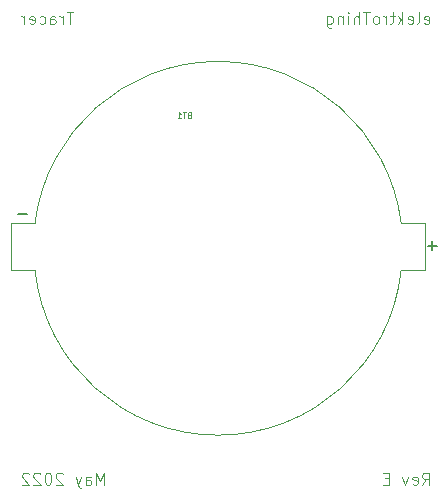
<source format=gbr>
%TF.GenerationSoftware,KiCad,Pcbnew,(6.0.0)*%
%TF.CreationDate,2022-05-30T17:20:12+01:00*%
%TF.ProjectId,Tracer,54726163-6572-42e6-9b69-6361645f7063,E*%
%TF.SameCoordinates,Original*%
%TF.FileFunction,Legend,Bot*%
%TF.FilePolarity,Positive*%
%FSLAX46Y46*%
G04 Gerber Fmt 4.6, Leading zero omitted, Abs format (unit mm)*
G04 Created by KiCad (PCBNEW (6.0.0)) date 2022-05-30 17:20:12*
%MOMM*%
%LPD*%
G01*
G04 APERTURE LIST*
%ADD10C,0.100000*%
%ADD11C,0.035000*%
%ADD12C,0.150000*%
%ADD13C,0.120000*%
G04 APERTURE END LIST*
D10*
X137207857Y-116452380D02*
X137207857Y-115452380D01*
X136874523Y-116166666D01*
X136541190Y-115452380D01*
X136541190Y-116452380D01*
X135636428Y-116452380D02*
X135636428Y-115928571D01*
X135684047Y-115833333D01*
X135779285Y-115785714D01*
X135969761Y-115785714D01*
X136065000Y-115833333D01*
X135636428Y-116404761D02*
X135731666Y-116452380D01*
X135969761Y-116452380D01*
X136065000Y-116404761D01*
X136112619Y-116309523D01*
X136112619Y-116214285D01*
X136065000Y-116119047D01*
X135969761Y-116071428D01*
X135731666Y-116071428D01*
X135636428Y-116023809D01*
X135255476Y-115785714D02*
X135017380Y-116452380D01*
X134779285Y-115785714D02*
X135017380Y-116452380D01*
X135112619Y-116690476D01*
X135160238Y-116738095D01*
X135255476Y-116785714D01*
X133684047Y-115547619D02*
X133636428Y-115500000D01*
X133541190Y-115452380D01*
X133303095Y-115452380D01*
X133207857Y-115500000D01*
X133160238Y-115547619D01*
X133112619Y-115642857D01*
X133112619Y-115738095D01*
X133160238Y-115880952D01*
X133731666Y-116452380D01*
X133112619Y-116452380D01*
X132493571Y-115452380D02*
X132398333Y-115452380D01*
X132303095Y-115500000D01*
X132255476Y-115547619D01*
X132207857Y-115642857D01*
X132160238Y-115833333D01*
X132160238Y-116071428D01*
X132207857Y-116261904D01*
X132255476Y-116357142D01*
X132303095Y-116404761D01*
X132398333Y-116452380D01*
X132493571Y-116452380D01*
X132588809Y-116404761D01*
X132636428Y-116357142D01*
X132684047Y-116261904D01*
X132731666Y-116071428D01*
X132731666Y-115833333D01*
X132684047Y-115642857D01*
X132636428Y-115547619D01*
X132588809Y-115500000D01*
X132493571Y-115452380D01*
X131779285Y-115547619D02*
X131731666Y-115500000D01*
X131636428Y-115452380D01*
X131398333Y-115452380D01*
X131303095Y-115500000D01*
X131255476Y-115547619D01*
X131207857Y-115642857D01*
X131207857Y-115738095D01*
X131255476Y-115880952D01*
X131826904Y-116452380D01*
X131207857Y-116452380D01*
X130826904Y-115547619D02*
X130779285Y-115500000D01*
X130684047Y-115452380D01*
X130445952Y-115452380D01*
X130350714Y-115500000D01*
X130303095Y-115547619D01*
X130255476Y-115642857D01*
X130255476Y-115738095D01*
X130303095Y-115880952D01*
X130874523Y-116452380D01*
X130255476Y-116452380D01*
X164125476Y-116452380D02*
X164458809Y-115976190D01*
X164696904Y-116452380D02*
X164696904Y-115452380D01*
X164315952Y-115452380D01*
X164220714Y-115500000D01*
X164173095Y-115547619D01*
X164125476Y-115642857D01*
X164125476Y-115785714D01*
X164173095Y-115880952D01*
X164220714Y-115928571D01*
X164315952Y-115976190D01*
X164696904Y-115976190D01*
X163315952Y-116404761D02*
X163411190Y-116452380D01*
X163601666Y-116452380D01*
X163696904Y-116404761D01*
X163744523Y-116309523D01*
X163744523Y-115928571D01*
X163696904Y-115833333D01*
X163601666Y-115785714D01*
X163411190Y-115785714D01*
X163315952Y-115833333D01*
X163268333Y-115928571D01*
X163268333Y-116023809D01*
X163744523Y-116119047D01*
X162935000Y-115785714D02*
X162696904Y-116452380D01*
X162458809Y-115785714D01*
X161315952Y-115928571D02*
X160982619Y-115928571D01*
X160839761Y-116452380D02*
X161315952Y-116452380D01*
X161315952Y-115452380D01*
X160839761Y-115452380D01*
X134588809Y-76452380D02*
X134017380Y-76452380D01*
X134303095Y-77452380D02*
X134303095Y-76452380D01*
X133684047Y-77452380D02*
X133684047Y-76785714D01*
X133684047Y-76976190D02*
X133636428Y-76880952D01*
X133588809Y-76833333D01*
X133493571Y-76785714D01*
X133398333Y-76785714D01*
X132636428Y-77452380D02*
X132636428Y-76928571D01*
X132684047Y-76833333D01*
X132779285Y-76785714D01*
X132969761Y-76785714D01*
X133065000Y-76833333D01*
X132636428Y-77404761D02*
X132731666Y-77452380D01*
X132969761Y-77452380D01*
X133065000Y-77404761D01*
X133112619Y-77309523D01*
X133112619Y-77214285D01*
X133065000Y-77119047D01*
X132969761Y-77071428D01*
X132731666Y-77071428D01*
X132636428Y-77023809D01*
X131731666Y-77404761D02*
X131826904Y-77452380D01*
X132017380Y-77452380D01*
X132112619Y-77404761D01*
X132160238Y-77357142D01*
X132207857Y-77261904D01*
X132207857Y-76976190D01*
X132160238Y-76880952D01*
X132112619Y-76833333D01*
X132017380Y-76785714D01*
X131826904Y-76785714D01*
X131731666Y-76833333D01*
X130922142Y-77404761D02*
X131017380Y-77452380D01*
X131207857Y-77452380D01*
X131303095Y-77404761D01*
X131350714Y-77309523D01*
X131350714Y-76928571D01*
X131303095Y-76833333D01*
X131207857Y-76785714D01*
X131017380Y-76785714D01*
X130922142Y-76833333D01*
X130874523Y-76928571D01*
X130874523Y-77023809D01*
X131350714Y-77119047D01*
X130445952Y-77452380D02*
X130445952Y-76785714D01*
X130445952Y-76976190D02*
X130398333Y-76880952D01*
X130350714Y-76833333D01*
X130255476Y-76785714D01*
X130160238Y-76785714D01*
X164315952Y-77404761D02*
X164411190Y-77452380D01*
X164601666Y-77452380D01*
X164696904Y-77404761D01*
X164744523Y-77309523D01*
X164744523Y-76928571D01*
X164696904Y-76833333D01*
X164601666Y-76785714D01*
X164411190Y-76785714D01*
X164315952Y-76833333D01*
X164268333Y-76928571D01*
X164268333Y-77023809D01*
X164744523Y-77119047D01*
X163696904Y-77452380D02*
X163792142Y-77404761D01*
X163839761Y-77309523D01*
X163839761Y-76452380D01*
X162935000Y-77404761D02*
X163030238Y-77452380D01*
X163220714Y-77452380D01*
X163315952Y-77404761D01*
X163363571Y-77309523D01*
X163363571Y-76928571D01*
X163315952Y-76833333D01*
X163220714Y-76785714D01*
X163030238Y-76785714D01*
X162935000Y-76833333D01*
X162887380Y-76928571D01*
X162887380Y-77023809D01*
X163363571Y-77119047D01*
X162458809Y-77452380D02*
X162458809Y-76452380D01*
X162363571Y-77071428D02*
X162077857Y-77452380D01*
X162077857Y-76785714D02*
X162458809Y-77166666D01*
X161792142Y-76785714D02*
X161411190Y-76785714D01*
X161649285Y-76452380D02*
X161649285Y-77309523D01*
X161601666Y-77404761D01*
X161506428Y-77452380D01*
X161411190Y-77452380D01*
X161077857Y-77452380D02*
X161077857Y-76785714D01*
X161077857Y-76976190D02*
X161030238Y-76880952D01*
X160982619Y-76833333D01*
X160887380Y-76785714D01*
X160792142Y-76785714D01*
X160315952Y-77452380D02*
X160411190Y-77404761D01*
X160458809Y-77357142D01*
X160506428Y-77261904D01*
X160506428Y-76976190D01*
X160458809Y-76880952D01*
X160411190Y-76833333D01*
X160315952Y-76785714D01*
X160173095Y-76785714D01*
X160077857Y-76833333D01*
X160030238Y-76880952D01*
X159982619Y-76976190D01*
X159982619Y-77261904D01*
X160030238Y-77357142D01*
X160077857Y-77404761D01*
X160173095Y-77452380D01*
X160315952Y-77452380D01*
X159696904Y-76452380D02*
X159125476Y-76452380D01*
X159411190Y-77452380D02*
X159411190Y-76452380D01*
X158792142Y-77452380D02*
X158792142Y-76452380D01*
X158363571Y-77452380D02*
X158363571Y-76928571D01*
X158411190Y-76833333D01*
X158506428Y-76785714D01*
X158649285Y-76785714D01*
X158744523Y-76833333D01*
X158792142Y-76880952D01*
X157887380Y-77452380D02*
X157887380Y-76785714D01*
X157887380Y-76452380D02*
X157935000Y-76500000D01*
X157887380Y-76547619D01*
X157839761Y-76500000D01*
X157887380Y-76452380D01*
X157887380Y-76547619D01*
X157411190Y-76785714D02*
X157411190Y-77452380D01*
X157411190Y-76880952D02*
X157363571Y-76833333D01*
X157268333Y-76785714D01*
X157125476Y-76785714D01*
X157030238Y-76833333D01*
X156982619Y-76928571D01*
X156982619Y-77452380D01*
X156077857Y-76785714D02*
X156077857Y-77595238D01*
X156125476Y-77690476D01*
X156173095Y-77738095D01*
X156268333Y-77785714D01*
X156411190Y-77785714D01*
X156506428Y-77738095D01*
X156077857Y-77404761D02*
X156173095Y-77452380D01*
X156363571Y-77452380D01*
X156458809Y-77404761D01*
X156506428Y-77357142D01*
X156554047Y-77261904D01*
X156554047Y-76976190D01*
X156506428Y-76880952D01*
X156458809Y-76833333D01*
X156363571Y-76785714D01*
X156173095Y-76785714D01*
X156077857Y-76833333D01*
D11*
%TO.C,BT1*%
X144392857Y-85164285D02*
X144321428Y-85188095D01*
X144297619Y-85211904D01*
X144273809Y-85259523D01*
X144273809Y-85330952D01*
X144297619Y-85378571D01*
X144321428Y-85402380D01*
X144369047Y-85426190D01*
X144559523Y-85426190D01*
X144559523Y-84926190D01*
X144392857Y-84926190D01*
X144345238Y-84950000D01*
X144321428Y-84973809D01*
X144297619Y-85021428D01*
X144297619Y-85069047D01*
X144321428Y-85116666D01*
X144345238Y-85140476D01*
X144392857Y-85164285D01*
X144559523Y-85164285D01*
X144130952Y-84926190D02*
X143845238Y-84926190D01*
X143988095Y-85426190D02*
X143988095Y-84926190D01*
X143416666Y-85426190D02*
X143702380Y-85426190D01*
X143559523Y-85426190D02*
X143559523Y-84926190D01*
X143607142Y-84997619D01*
X143654761Y-85045238D01*
X143702380Y-85069047D01*
D12*
X130680952Y-93571428D02*
X129919047Y-93571428D01*
X164619047Y-96228571D02*
X165380952Y-96228571D01*
X165000000Y-95847619D02*
X165000000Y-96609523D01*
D13*
X164350000Y-94300000D02*
X162350000Y-94300000D01*
X129350000Y-98300000D02*
X131350000Y-98300000D01*
X162350000Y-98300000D02*
X164350000Y-98300000D01*
X164350000Y-98300000D02*
X164350000Y-94300000D01*
X131350000Y-94300000D02*
X129350000Y-94300000D01*
X129350000Y-94300000D02*
X129350000Y-98300000D01*
X131350000Y-98300000D02*
G75*
G03*
X162350000Y-98300000I15500000J1612777D01*
G01*
X162350000Y-94300000D02*
G75*
G03*
X131350000Y-94300000I-15500000J-1953927D01*
G01*
%TD*%
M02*

</source>
